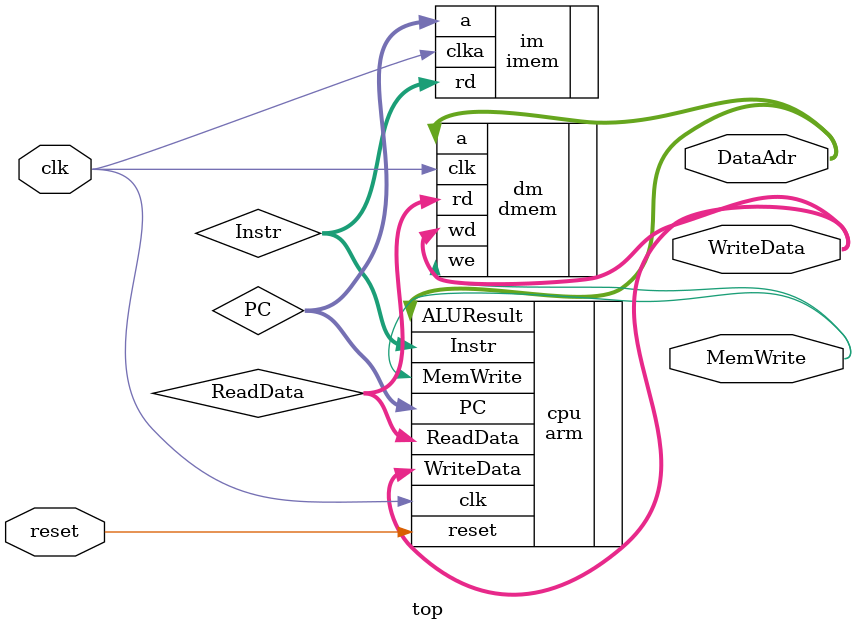
<source format=v>
module top (
  input clk,   // 时钟
  input reset, // 同步复位（进入 testbench 时由 stimuli 产生）

  // ========= 便于 testbench 观察的 CPU <-> dmem 接口 ====================
  output [31:0] WriteData,  // 写入数据存储器的数据
  output [31:0] DataAdr,    // 数据存储器地址（= ALUResult）
  output        MemWrite    // 数据存储器写使能
);

  // --------------------------------------------------------------------
  // 内部连线：CPU <-> 存储器
  // --------------------------------------------------------------------
  wire [31:0] PC;  // 程序计数器——连接到指令存储器地址
  wire [31:0] Instr;  // 从指令存储器读出的 32-bit 指令
  wire [31:0] ReadData;  // 从数据存储器返回的数据

  // =========================================================================
  // ① CPU 核心实例化
  //    端口定义见 arm.v，ALUResult 即写地址 DataAdr
  // =========================================================================
  arm cpu (
    .clk      (clk),
    .reset    (reset),
    .PC       (PC),
    .Instr    (Instr),
    .MemWrite (MemWrite),
    .ALUResult(DataAdr),    // 对 STR/LDR 为地址
    .WriteData(WriteData),  // 待写入 dmem 的数据
    .ReadData (ReadData)    // 来自 dmem 的读数据
  );

  // =========================================================================
  // ② 指令存储器（仿真只读 ROM）
  //    • 读延迟 0，地址直接为 PC（字地址对齐）  
  //    • 端口惯例：.a → address, .rd → read-data
  // =========================================================================
  imem im (
    .clka(clk),   // 时钟
    .a   (PC),
    .rd  (Instr)
  );

  // =========================================================================
  // ③ 数据存储器
  //    • 写使能 MemWrite，高电平写入  
  //    • 时钟同步：posedge clk  
  //    • 端口：.a(address) .wd(write-data) .rd(read-data) .we(write-enable)
  // =========================================================================
  dmem dm (
    .clk(clk),
    .we (MemWrite),
    .a  (DataAdr),
    .wd (WriteData),
    .rd (ReadData)
  );

endmodule

</source>
